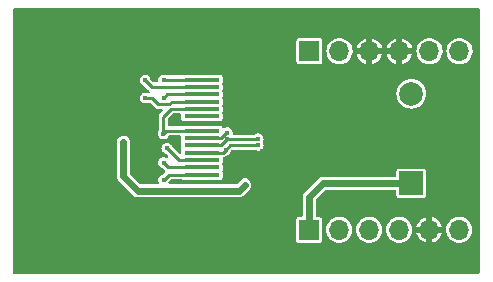
<source format=gtl>
%TF.GenerationSoftware,KiCad,Pcbnew,(6.0.7)*%
%TF.CreationDate,2022-08-25T13:01:18+08:00*%
%TF.ProjectId,T12_SolderingStationScreen,5431325f-536f-46c6-9465-72696e675374,rev?*%
%TF.SameCoordinates,Original*%
%TF.FileFunction,Copper,L1,Top*%
%TF.FilePolarity,Positive*%
%FSLAX45Y45*%
G04 Gerber Fmt 4.5, Leading zero omitted, Abs format (unit mm)*
G04 Created by KiCad (PCBNEW (6.0.7)) date 2022-08-25 13:01:18*
%MOMM*%
%LPD*%
G01*
G04 APERTURE LIST*
%TA.AperFunction,SMDPad,CuDef*%
%ADD10R,3.000000X0.350000*%
%TD*%
%TA.AperFunction,ComponentPad*%
%ADD11R,1.700000X1.700000*%
%TD*%
%TA.AperFunction,ComponentPad*%
%ADD12O,1.700000X1.700000*%
%TD*%
%TA.AperFunction,ComponentPad*%
%ADD13R,2.000000X2.000000*%
%TD*%
%TA.AperFunction,ComponentPad*%
%ADD14C,2.000000*%
%TD*%
%TA.AperFunction,ViaPad*%
%ADD15C,0.406400*%
%TD*%
%TA.AperFunction,Conductor*%
%ADD16C,0.609600*%
%TD*%
%TA.AperFunction,Conductor*%
%ADD17C,0.355600*%
%TD*%
%TA.AperFunction,Conductor*%
%ADD18C,0.254000*%
%TD*%
G04 APERTURE END LIST*
D10*
%TO.P,U3,1,C2P*%
%TO.N,Net-(C5-Pad1)*%
X10289800Y-11926310D03*
%TO.P,U3,2,C2N*%
%TO.N,Net-(C5-Pad2)*%
X10289800Y-11988310D03*
%TO.P,U3,3,C1P*%
%TO.N,Net-(C6-Pad1)*%
X10289800Y-12050310D03*
%TO.P,U3,4,C1N*%
%TO.N,Net-(C6-Pad2)*%
X10289800Y-12112310D03*
%TO.P,U3,5,VBAT*%
%TO.N,+3V3*%
X10289800Y-12174310D03*
%TO.P,U3,6,VBREF*%
%TO.N,unconnected-(U3-Pad6)*%
X10289800Y-12236310D03*
%TO.P,U3,7,VSS*%
%TO.N,GND*%
X10289800Y-12298310D03*
%TO.P,U3,8,VDD*%
%TO.N,+3V3*%
X10289800Y-12360310D03*
%TO.P,U3,9,RES#*%
%TO.N,/RST*%
X10289800Y-12422310D03*
%TO.P,U3,10,SCL*%
%TO.N,/DISP_SCL*%
X10289800Y-12484310D03*
%TO.P,U3,11,SDA*%
%TO.N,/DISP_SDA*%
X10289800Y-12546310D03*
%TO.P,U3,12,IREF*%
%TO.N,Net-(R4-Pad1)*%
X10289800Y-12608310D03*
%TO.P,U3,13,VCOMH*%
%TO.N,Net-(C11-Pad1)*%
X10289800Y-12670310D03*
%TO.P,U3,14,VCC*%
%TO.N,Net-(C12-Pad1)*%
X10289800Y-12732310D03*
%TD*%
D11*
%TO.P,J2,1,Pin_1*%
%TO.N,+24V*%
X11201360Y-11686460D03*
D12*
%TO.P,J2,2,Pin_2*%
X11455360Y-11686460D03*
%TO.P,J2,3,Pin_3*%
%TO.N,GND*%
X11709360Y-11686460D03*
%TO.P,J2,4,Pin_4*%
X11963360Y-11686460D03*
%TO.P,J2,5,Pin_5*%
%TO.N,unconnected-(J2-Pad5)*%
X12217360Y-11686460D03*
%TO.P,J2,6,Pin_6*%
%TO.N,unconnected-(J2-Pad6)*%
X12471360Y-11686460D03*
%TD*%
D13*
%TO.P,BZ1,1,-*%
%TO.N,VCC*%
X12062460Y-12805680D03*
D14*
%TO.P,BZ1,2,+*%
%TO.N,Net-(BZ1-Pad2)*%
X12062460Y-12045680D03*
%TD*%
D11*
%TO.P,J1,1,Pin_1*%
%TO.N,VCC*%
X11198820Y-13197800D03*
D12*
%TO.P,J1,2,Pin_2*%
%TO.N,/SDA*%
X11452820Y-13197800D03*
%TO.P,J1,3,Pin_3*%
%TO.N,/SCL*%
X11706820Y-13197800D03*
%TO.P,J1,4,Pin_4*%
%TO.N,/RST*%
X11960820Y-13197800D03*
%TO.P,J1,5,Pin_5*%
%TO.N,GND*%
X12214820Y-13197800D03*
%TO.P,J1,6,Pin_6*%
%TO.N,/BEEP*%
X12468820Y-13197800D03*
%TD*%
D15*
%TO.N,VCC*%
X10652610Y-12819380D03*
X11392900Y-12805680D03*
X9626600Y-12456160D03*
%TO.N,GND*%
X11760200Y-12118340D03*
X10063480Y-12232640D03*
X9695180Y-11767820D03*
X8788400Y-12229677D03*
X9023350Y-13474700D03*
X9469120Y-12011660D03*
X11376660Y-11851640D03*
X10845800Y-11887200D03*
X10896600Y-12821920D03*
X12392660Y-12131040D03*
X10393680Y-11767820D03*
X8785860Y-11430000D03*
X12415520Y-12364720D03*
X8788400Y-12020973D03*
X10800080Y-12532360D03*
X12407900Y-12580620D03*
X10642600Y-11767820D03*
X12125113Y-11430000D03*
X10838180Y-12976860D03*
X11272520Y-12146280D03*
X10551160Y-13139420D03*
X10886440Y-13375640D03*
X11945196Y-13474700D03*
X10982960Y-12887960D03*
X12578080Y-12258040D03*
X11529060Y-11856720D03*
X11916409Y-11430000D03*
X11529060Y-12451080D03*
X11968480Y-12209780D03*
X9440757Y-13474700D03*
X12571307Y-13474700D03*
X10038080Y-11430000D03*
X11813540Y-13045440D03*
X12075160Y-13042900D03*
X9410700Y-12997180D03*
X12542520Y-11430000D03*
X9620673Y-11430000D03*
X10690860Y-13378180D03*
X10952480Y-12529820D03*
X9103360Y-12250420D03*
X9359900Y-12842240D03*
X11081596Y-11430000D03*
X11000740Y-12443460D03*
X12410440Y-12781280D03*
X11678920Y-11846560D03*
X11361420Y-12908280D03*
X9956800Y-11767820D03*
X11564620Y-13045440D03*
X10551160Y-13202920D03*
X9403080Y-11925300D03*
X10177780Y-11767820D03*
X10455486Y-11430000D03*
X8788400Y-12647083D03*
X12575540Y-12684760D03*
X10066867Y-13474700D03*
X10927080Y-12009120D03*
X9128760Y-12494260D03*
X9453880Y-12598400D03*
X9829377Y-11430000D03*
X8788400Y-11812270D03*
X9203267Y-11430000D03*
X9636760Y-13002260D03*
X12333816Y-11430000D03*
X8814647Y-13474700D03*
X11046460Y-13317220D03*
X9649460Y-13474700D03*
X8788400Y-13273193D03*
X9646920Y-12296140D03*
X11635740Y-12123420D03*
X11707706Y-11430000D03*
X11892280Y-12143740D03*
X9644380Y-13187680D03*
X10975340Y-12735560D03*
X10228580Y-13375640D03*
X8788400Y-12438380D03*
X8994563Y-11430000D03*
X11110383Y-13474700D03*
X9618980Y-13279120D03*
X12354560Y-13037820D03*
X10872893Y-11430000D03*
X8788400Y-12855787D03*
X12415520Y-11841480D03*
X10664190Y-11430000D03*
X12174220Y-11935460D03*
X11389360Y-12346940D03*
X12146280Y-12192000D03*
X10692977Y-13474700D03*
X9411970Y-11430000D03*
X11783060Y-12715240D03*
X11051540Y-13197840D03*
X10246783Y-11430000D03*
X11315700Y-12240260D03*
X9951720Y-13063220D03*
X11996420Y-12961620D03*
X9380220Y-13202920D03*
X11145110Y-12819380D03*
X12583160Y-12504420D03*
X10459720Y-13182600D03*
X11678920Y-12593320D03*
X10275570Y-13474700D03*
X11736493Y-13474700D03*
X12280900Y-11932920D03*
X9392920Y-11696700D03*
X11574780Y-12948920D03*
X8788400Y-11603567D03*
X9624060Y-12016740D03*
X11770360Y-11836400D03*
X10484273Y-13474700D03*
X9232053Y-13474700D03*
X11290300Y-11430000D03*
X11000740Y-12357100D03*
X12179300Y-13027660D03*
X11087100Y-12992100D03*
X12219940Y-12082780D03*
X8788400Y-13064490D03*
X12517120Y-11938000D03*
X9098280Y-12948920D03*
X11224260Y-12026900D03*
X10901680Y-13474700D03*
X11127740Y-12189460D03*
X9441180Y-12189460D03*
X9858163Y-13474700D03*
X11319086Y-13474700D03*
X9956800Y-13251180D03*
X12153900Y-13474700D03*
X11527790Y-13474700D03*
X11465560Y-12151360D03*
X12362603Y-13474700D03*
X10325100Y-13378180D03*
X10553700Y-13357860D03*
X11499003Y-11430000D03*
%TO.N,Net-(C5-Pad1)*%
X9965720Y-11932920D03*
%TO.N,Net-(C5-Pad2)*%
X9810720Y-11932920D03*
%TO.N,Net-(C6-Pad1)*%
X9965720Y-12082780D03*
%TO.N,Net-(C6-Pad2)*%
X9810720Y-12082780D03*
%TO.N,+3V3*%
X9963220Y-12386340D03*
%TO.N,Net-(C11-Pad1)*%
X9965720Y-12628880D03*
%TO.N,Net-(C12-Pad1)*%
X9965720Y-12776200D03*
%TO.N,/DISP_SCL*%
X10505440Y-12433300D03*
X10766970Y-12426830D03*
%TO.N,/DISP_SDA*%
X10492740Y-12519660D03*
X10767062Y-12482660D03*
%TO.N,Net-(R4-Pad1)*%
X9994220Y-12506960D03*
%TO.N,/RST*%
X10505440Y-12377420D03*
%TD*%
D16*
%TO.N,VCC*%
X10604350Y-12867640D02*
X10652610Y-12819380D01*
X11392900Y-12805680D02*
X11316700Y-12805680D01*
X12062460Y-12805680D02*
X11392900Y-12805680D01*
X9626600Y-12456160D02*
X9626600Y-12745720D01*
X11316700Y-12805680D02*
X11198820Y-12923560D01*
X9626600Y-12745720D02*
X9748520Y-12867640D01*
X9748520Y-12867640D02*
X10604350Y-12867640D01*
X11198820Y-12923560D02*
X11198820Y-13197800D01*
D17*
%TO.N,GND*%
X10129150Y-12298310D02*
X10063480Y-12232640D01*
X10289800Y-12298310D02*
X10129150Y-12298310D01*
D18*
X10952480Y-12529820D02*
X11145110Y-12722450D01*
X11145110Y-12722450D02*
X11145110Y-12819380D01*
%TO.N,Net-(C5-Pad1)*%
X9972330Y-11926310D02*
X9965720Y-11932920D01*
X10289800Y-11926310D02*
X9972330Y-11926310D01*
%TO.N,Net-(C5-Pad2)*%
X9866110Y-11988310D02*
X9810720Y-11932920D01*
X10289800Y-11988310D02*
X9866110Y-11988310D01*
%TO.N,Net-(C6-Pad1)*%
X9998190Y-12050310D02*
X9965720Y-12082780D01*
X10289800Y-12050310D02*
X9998190Y-12050310D01*
%TO.N,Net-(C6-Pad2)*%
X10289800Y-12112310D02*
X10033950Y-12112310D01*
X9921240Y-12136120D02*
X9867900Y-12082780D01*
X10010140Y-12136120D02*
X9921240Y-12136120D01*
X10033950Y-12112310D02*
X10010140Y-12136120D01*
X9867900Y-12082780D02*
X9810720Y-12082780D01*
%TO.N,+3V3*%
X9961880Y-12242800D02*
X9961880Y-12385000D01*
X9961880Y-12385000D02*
X9963220Y-12386340D01*
X10289800Y-12174310D02*
X10030370Y-12174310D01*
X9989250Y-12360310D02*
X9963220Y-12386340D01*
X10289800Y-12360310D02*
X9989250Y-12360310D01*
X10030370Y-12174310D02*
X9961880Y-12242800D01*
%TO.N,Net-(C11-Pad1)*%
X10289800Y-12670310D02*
X10007150Y-12670310D01*
X10007150Y-12670310D02*
X9965720Y-12628880D01*
%TO.N,Net-(C12-Pad1)*%
X10009610Y-12732310D02*
X9965720Y-12776200D01*
X10289800Y-12732310D02*
X10009610Y-12732310D01*
%TO.N,/DISP_SCL*%
X10760500Y-12433300D02*
X10766970Y-12426830D01*
X10289800Y-12484310D02*
X10454430Y-12484310D01*
X10454430Y-12484310D02*
X10505440Y-12433300D01*
X10505440Y-12433300D02*
X10760500Y-12433300D01*
%TO.N,/DISP_SDA*%
X10492740Y-12519660D02*
X10529740Y-12482660D01*
X10466090Y-12546310D02*
X10492740Y-12519660D01*
X10289800Y-12546310D02*
X10466090Y-12546310D01*
X10529740Y-12482660D02*
X10767062Y-12482660D01*
%TO.N,Net-(R4-Pad1)*%
X10289800Y-12608310D02*
X10095570Y-12608310D01*
X10095570Y-12608310D02*
X9994220Y-12506960D01*
%TO.N,/RST*%
X10493141Y-12377420D02*
X10505440Y-12377420D01*
X10448251Y-12422310D02*
X10493141Y-12377420D01*
X10289800Y-12422310D02*
X10448251Y-12422310D01*
%TD*%
%TA.AperFunction,Conductor*%
%TO.N,GND*%
G36*
X12636762Y-11323450D02*
G01*
X12641411Y-11328816D01*
X12642550Y-11334050D01*
X12642550Y-13557950D01*
X12640550Y-13564762D01*
X12635184Y-13569411D01*
X12629950Y-13570550D01*
X8706050Y-13570550D01*
X8699238Y-13568550D01*
X8694589Y-13563184D01*
X8693450Y-13557950D01*
X8693450Y-13110293D01*
X11088370Y-13110293D01*
X11088370Y-13285307D01*
X11089847Y-13292730D01*
X11090536Y-13293762D01*
X11090536Y-13293762D01*
X11094572Y-13299801D01*
X11095472Y-13301148D01*
X11103890Y-13306773D01*
X11111313Y-13308250D01*
X11198806Y-13308250D01*
X11286327Y-13308250D01*
X11289902Y-13307539D01*
X11292533Y-13307016D01*
X11292533Y-13307015D01*
X11293750Y-13306773D01*
X11294782Y-13306084D01*
X11294782Y-13306084D01*
X11301137Y-13301838D01*
X11302168Y-13301148D01*
X11307793Y-13292730D01*
X11309270Y-13285307D01*
X11309270Y-13194896D01*
X11341935Y-13194896D01*
X11343262Y-13215152D01*
X11343404Y-13215712D01*
X11343405Y-13215712D01*
X11348113Y-13234250D01*
X11348259Y-13234827D01*
X11348501Y-13235351D01*
X11352211Y-13243399D01*
X11356758Y-13253262D01*
X11368473Y-13269839D01*
X11383014Y-13284003D01*
X11399892Y-13295281D01*
X11400422Y-13295509D01*
X11400423Y-13295509D01*
X11413548Y-13301148D01*
X11418543Y-13303294D01*
X11425034Y-13304763D01*
X11437778Y-13307647D01*
X11437778Y-13307647D01*
X11438342Y-13307774D01*
X11438919Y-13307797D01*
X11438919Y-13307797D01*
X11444896Y-13308032D01*
X11458625Y-13308571D01*
X11469355Y-13307015D01*
X11478143Y-13305741D01*
X11478144Y-13305741D01*
X11478714Y-13305658D01*
X11479261Y-13305473D01*
X11479261Y-13305473D01*
X11497389Y-13299319D01*
X11497390Y-13299319D01*
X11497936Y-13299133D01*
X11498522Y-13298806D01*
X11505467Y-13294916D01*
X11515648Y-13289215D01*
X11519617Y-13285913D01*
X11530811Y-13276603D01*
X11531254Y-13276234D01*
X11544235Y-13260628D01*
X11554153Y-13242916D01*
X11554339Y-13242370D01*
X11554339Y-13242369D01*
X11560493Y-13224241D01*
X11560493Y-13224241D01*
X11560678Y-13223694D01*
X11560761Y-13223124D01*
X11560761Y-13223123D01*
X11563538Y-13203973D01*
X11563591Y-13203605D01*
X11563743Y-13197800D01*
X11563476Y-13194896D01*
X11595935Y-13194896D01*
X11597262Y-13215152D01*
X11597404Y-13215712D01*
X11597405Y-13215712D01*
X11602113Y-13234250D01*
X11602259Y-13234827D01*
X11602501Y-13235351D01*
X11606211Y-13243399D01*
X11610758Y-13253262D01*
X11622473Y-13269839D01*
X11637014Y-13284003D01*
X11653892Y-13295281D01*
X11654422Y-13295509D01*
X11654423Y-13295509D01*
X11667548Y-13301148D01*
X11672543Y-13303294D01*
X11679034Y-13304763D01*
X11691778Y-13307647D01*
X11691778Y-13307647D01*
X11692342Y-13307774D01*
X11692919Y-13307797D01*
X11692919Y-13307797D01*
X11698896Y-13308032D01*
X11712625Y-13308571D01*
X11723355Y-13307015D01*
X11732143Y-13305741D01*
X11732144Y-13305741D01*
X11732714Y-13305658D01*
X11733261Y-13305473D01*
X11733261Y-13305473D01*
X11751389Y-13299319D01*
X11751390Y-13299319D01*
X11751936Y-13299133D01*
X11752522Y-13298806D01*
X11759467Y-13294916D01*
X11769648Y-13289215D01*
X11773617Y-13285913D01*
X11784811Y-13276603D01*
X11785254Y-13276234D01*
X11798235Y-13260628D01*
X11808153Y-13242916D01*
X11808339Y-13242370D01*
X11808339Y-13242369D01*
X11814493Y-13224241D01*
X11814493Y-13224241D01*
X11814678Y-13223694D01*
X11814761Y-13223124D01*
X11814761Y-13223123D01*
X11817538Y-13203973D01*
X11817591Y-13203605D01*
X11817743Y-13197800D01*
X11817476Y-13194896D01*
X11849935Y-13194896D01*
X11851262Y-13215152D01*
X11851404Y-13215712D01*
X11851405Y-13215712D01*
X11856113Y-13234250D01*
X11856259Y-13234827D01*
X11856501Y-13235351D01*
X11860211Y-13243399D01*
X11864758Y-13253262D01*
X11876473Y-13269839D01*
X11891014Y-13284003D01*
X11907892Y-13295281D01*
X11908422Y-13295509D01*
X11908423Y-13295509D01*
X11921548Y-13301148D01*
X11926543Y-13303294D01*
X11933034Y-13304763D01*
X11945778Y-13307647D01*
X11945778Y-13307647D01*
X11946342Y-13307774D01*
X11946919Y-13307797D01*
X11946919Y-13307797D01*
X11952896Y-13308032D01*
X11966625Y-13308571D01*
X11977355Y-13307015D01*
X11986143Y-13305741D01*
X11986144Y-13305741D01*
X11986714Y-13305658D01*
X11987261Y-13305473D01*
X11987261Y-13305473D01*
X12005389Y-13299319D01*
X12005390Y-13299319D01*
X12005936Y-13299133D01*
X12006522Y-13298806D01*
X12013467Y-13294916D01*
X12023648Y-13289215D01*
X12027617Y-13285913D01*
X12038811Y-13276603D01*
X12039254Y-13276234D01*
X12052235Y-13260628D01*
X12062153Y-13242916D01*
X12062339Y-13242370D01*
X12062339Y-13242369D01*
X12068406Y-13224496D01*
X12107687Y-13224496D01*
X12110164Y-13234250D01*
X12110548Y-13235335D01*
X12118559Y-13252712D01*
X12119134Y-13253708D01*
X12130178Y-13269334D01*
X12130926Y-13270210D01*
X12144631Y-13283561D01*
X12145526Y-13284285D01*
X12161436Y-13294916D01*
X12162447Y-13295465D01*
X12180028Y-13303018D01*
X12181122Y-13303374D01*
X12187653Y-13304852D01*
X12189060Y-13304763D01*
X12189403Y-13303868D01*
X12240220Y-13303868D01*
X12240617Y-13305219D01*
X12241487Y-13305343D01*
X12259370Y-13299273D01*
X12260419Y-13298806D01*
X12277116Y-13289455D01*
X12278063Y-13288804D01*
X12292775Y-13276568D01*
X12293588Y-13275755D01*
X12305824Y-13261043D01*
X12306475Y-13260096D01*
X12315826Y-13243399D01*
X12316293Y-13242350D01*
X12322364Y-13224464D01*
X12322241Y-13223599D01*
X12320884Y-13223200D01*
X12242031Y-13223200D01*
X12240508Y-13223647D01*
X12240387Y-13223786D01*
X12240220Y-13224555D01*
X12240220Y-13303868D01*
X12189403Y-13303868D01*
X12189420Y-13303823D01*
X12189420Y-13225011D01*
X12188972Y-13223488D01*
X12188833Y-13223367D01*
X12188065Y-13223200D01*
X12109169Y-13223200D01*
X12107816Y-13223597D01*
X12107687Y-13224496D01*
X12068406Y-13224496D01*
X12068493Y-13224241D01*
X12068493Y-13224241D01*
X12068678Y-13223694D01*
X12068761Y-13223124D01*
X12068761Y-13223123D01*
X12071538Y-13203973D01*
X12071591Y-13203605D01*
X12071743Y-13197800D01*
X12071476Y-13194896D01*
X12357935Y-13194896D01*
X12359262Y-13215152D01*
X12359404Y-13215712D01*
X12359405Y-13215712D01*
X12364113Y-13234250D01*
X12364259Y-13234827D01*
X12364501Y-13235351D01*
X12368211Y-13243399D01*
X12372758Y-13253262D01*
X12384473Y-13269839D01*
X12399014Y-13284003D01*
X12415892Y-13295281D01*
X12416422Y-13295509D01*
X12416423Y-13295509D01*
X12429548Y-13301148D01*
X12434543Y-13303294D01*
X12441034Y-13304763D01*
X12453778Y-13307647D01*
X12453778Y-13307647D01*
X12454342Y-13307774D01*
X12454919Y-13307797D01*
X12454919Y-13307797D01*
X12460896Y-13308032D01*
X12474625Y-13308571D01*
X12485355Y-13307015D01*
X12494143Y-13305741D01*
X12494144Y-13305741D01*
X12494714Y-13305658D01*
X12495261Y-13305473D01*
X12495261Y-13305473D01*
X12513389Y-13299319D01*
X12513390Y-13299319D01*
X12513936Y-13299133D01*
X12514522Y-13298806D01*
X12521467Y-13294916D01*
X12531648Y-13289215D01*
X12535617Y-13285913D01*
X12546811Y-13276603D01*
X12547254Y-13276234D01*
X12560235Y-13260628D01*
X12570153Y-13242916D01*
X12570339Y-13242370D01*
X12570339Y-13242369D01*
X12576493Y-13224241D01*
X12576493Y-13224241D01*
X12576678Y-13223694D01*
X12576761Y-13223124D01*
X12576761Y-13223123D01*
X12579538Y-13203973D01*
X12579591Y-13203605D01*
X12579743Y-13197800D01*
X12577886Y-13177586D01*
X12577729Y-13177030D01*
X12572532Y-13158605D01*
X12572532Y-13158604D01*
X12572376Y-13158049D01*
X12571318Y-13155903D01*
X12563653Y-13140361D01*
X12563398Y-13139843D01*
X12551252Y-13123578D01*
X12536346Y-13109799D01*
X12535857Y-13109491D01*
X12535857Y-13109490D01*
X12521293Y-13100301D01*
X12519178Y-13098967D01*
X12500324Y-13091445D01*
X12499758Y-13091332D01*
X12499757Y-13091332D01*
X12480981Y-13087597D01*
X12480981Y-13087597D01*
X12480415Y-13087484D01*
X12479837Y-13087477D01*
X12479837Y-13087477D01*
X12469699Y-13087344D01*
X12460117Y-13087219D01*
X12459547Y-13087317D01*
X12459547Y-13087317D01*
X12450760Y-13088827D01*
X12440111Y-13090656D01*
X12421066Y-13097682D01*
X12403621Y-13108061D01*
X12403187Y-13108442D01*
X12403187Y-13108442D01*
X12388793Y-13121065D01*
X12388359Y-13121445D01*
X12375792Y-13137387D01*
X12375523Y-13137898D01*
X12375523Y-13137898D01*
X12374227Y-13140361D01*
X12366340Y-13155351D01*
X12360321Y-13174738D01*
X12357935Y-13194896D01*
X12071476Y-13194896D01*
X12069886Y-13177586D01*
X12069729Y-13177030D01*
X12068333Y-13172080D01*
X12107614Y-13172080D01*
X12108287Y-13172400D01*
X12187608Y-13172400D01*
X12189132Y-13171952D01*
X12189253Y-13171813D01*
X12189420Y-13171045D01*
X12189420Y-13170588D01*
X12240220Y-13170588D01*
X12240667Y-13172112D01*
X12240806Y-13172233D01*
X12241575Y-13172400D01*
X12320560Y-13172400D01*
X12321913Y-13172003D01*
X12322030Y-13171189D01*
X12318486Y-13158623D01*
X12318073Y-13157548D01*
X12309610Y-13140387D01*
X12309009Y-13139406D01*
X12297560Y-13124074D01*
X12296791Y-13123220D01*
X12282739Y-13110230D01*
X12281827Y-13109530D01*
X12265644Y-13099319D01*
X12264619Y-13098797D01*
X12246846Y-13091707D01*
X12245743Y-13091380D01*
X12241997Y-13090635D01*
X12240709Y-13090750D01*
X12240220Y-13092266D01*
X12240220Y-13170588D01*
X12189420Y-13170588D01*
X12189420Y-13091950D01*
X12189039Y-13090654D01*
X12187548Y-13090460D01*
X12186693Y-13090607D01*
X12185582Y-13090905D01*
X12167629Y-13097528D01*
X12166592Y-13098023D01*
X12150147Y-13107806D01*
X12149216Y-13108483D01*
X12134830Y-13121099D01*
X12134038Y-13121934D01*
X12122192Y-13136960D01*
X12121565Y-13137926D01*
X12112656Y-13154859D01*
X12112215Y-13155923D01*
X12107636Y-13170670D01*
X12107614Y-13172080D01*
X12068333Y-13172080D01*
X12064532Y-13158605D01*
X12064532Y-13158604D01*
X12064376Y-13158049D01*
X12063318Y-13155903D01*
X12055653Y-13140361D01*
X12055398Y-13139843D01*
X12043252Y-13123578D01*
X12028346Y-13109799D01*
X12027857Y-13109491D01*
X12027857Y-13109490D01*
X12013293Y-13100301D01*
X12011178Y-13098967D01*
X11992324Y-13091445D01*
X11991758Y-13091332D01*
X11991757Y-13091332D01*
X11972981Y-13087597D01*
X11972981Y-13087597D01*
X11972415Y-13087484D01*
X11971837Y-13087477D01*
X11971837Y-13087477D01*
X11961699Y-13087344D01*
X11952117Y-13087219D01*
X11951547Y-13087317D01*
X11951547Y-13087317D01*
X11942760Y-13088827D01*
X11932111Y-13090656D01*
X11913066Y-13097682D01*
X11895621Y-13108061D01*
X11895187Y-13108442D01*
X11895187Y-13108442D01*
X11880793Y-13121065D01*
X11880359Y-13121445D01*
X11867792Y-13137387D01*
X11867523Y-13137898D01*
X11867523Y-13137898D01*
X11866227Y-13140361D01*
X11858340Y-13155351D01*
X11852321Y-13174738D01*
X11849935Y-13194896D01*
X11817476Y-13194896D01*
X11815886Y-13177586D01*
X11815729Y-13177030D01*
X11810532Y-13158605D01*
X11810532Y-13158604D01*
X11810376Y-13158049D01*
X11809318Y-13155903D01*
X11801653Y-13140361D01*
X11801398Y-13139843D01*
X11789252Y-13123578D01*
X11774346Y-13109799D01*
X11773857Y-13109491D01*
X11773857Y-13109490D01*
X11759293Y-13100301D01*
X11757178Y-13098967D01*
X11738324Y-13091445D01*
X11737758Y-13091332D01*
X11737757Y-13091332D01*
X11718981Y-13087597D01*
X11718981Y-13087597D01*
X11718415Y-13087484D01*
X11717837Y-13087477D01*
X11717837Y-13087477D01*
X11707699Y-13087344D01*
X11698117Y-13087219D01*
X11697547Y-13087317D01*
X11697547Y-13087317D01*
X11688760Y-13088827D01*
X11678111Y-13090656D01*
X11659066Y-13097682D01*
X11641621Y-13108061D01*
X11641187Y-13108442D01*
X11641187Y-13108442D01*
X11626793Y-13121065D01*
X11626359Y-13121445D01*
X11613792Y-13137387D01*
X11613523Y-13137898D01*
X11613523Y-13137898D01*
X11612227Y-13140361D01*
X11604340Y-13155351D01*
X11598321Y-13174738D01*
X11595935Y-13194896D01*
X11563476Y-13194896D01*
X11561886Y-13177586D01*
X11561729Y-13177030D01*
X11556532Y-13158605D01*
X11556532Y-13158604D01*
X11556376Y-13158049D01*
X11555318Y-13155903D01*
X11547653Y-13140361D01*
X11547398Y-13139843D01*
X11535252Y-13123578D01*
X11520346Y-13109799D01*
X11519857Y-13109491D01*
X11519857Y-13109490D01*
X11505293Y-13100301D01*
X11503178Y-13098967D01*
X11484324Y-13091445D01*
X11483758Y-13091332D01*
X11483757Y-13091332D01*
X11464981Y-13087597D01*
X11464981Y-13087597D01*
X11464415Y-13087484D01*
X11463837Y-13087477D01*
X11463837Y-13087477D01*
X11453699Y-13087344D01*
X11444117Y-13087219D01*
X11443547Y-13087317D01*
X11443547Y-13087317D01*
X11434760Y-13088827D01*
X11424111Y-13090656D01*
X11405066Y-13097682D01*
X11387621Y-13108061D01*
X11387187Y-13108442D01*
X11387187Y-13108442D01*
X11372793Y-13121065D01*
X11372359Y-13121445D01*
X11359792Y-13137387D01*
X11359523Y-13137898D01*
X11359523Y-13137898D01*
X11358227Y-13140361D01*
X11350340Y-13155351D01*
X11344321Y-13174738D01*
X11341935Y-13194896D01*
X11309270Y-13194896D01*
X11309270Y-13110293D01*
X11307793Y-13102870D01*
X11305185Y-13098967D01*
X11302858Y-13095483D01*
X11302168Y-13094452D01*
X11293750Y-13088827D01*
X11286327Y-13087350D01*
X11267350Y-13087350D01*
X11260538Y-13085350D01*
X11255889Y-13079984D01*
X11254750Y-13074750D01*
X11254750Y-12951946D01*
X11256750Y-12945134D01*
X11258440Y-12943036D01*
X11336176Y-12865300D01*
X11342408Y-12861898D01*
X11345086Y-12861610D01*
X11924410Y-12861610D01*
X11931222Y-12863610D01*
X11935871Y-12868976D01*
X11937010Y-12874210D01*
X11937010Y-12908187D01*
X11937559Y-12910948D01*
X11938216Y-12914250D01*
X11938487Y-12915610D01*
X11939176Y-12916642D01*
X11939176Y-12916642D01*
X11942856Y-12922150D01*
X11944112Y-12924028D01*
X11952530Y-12929653D01*
X11959953Y-12931130D01*
X12062443Y-12931130D01*
X12164967Y-12931130D01*
X12168542Y-12930419D01*
X12171173Y-12929896D01*
X12171173Y-12929895D01*
X12172390Y-12929653D01*
X12173422Y-12928964D01*
X12173422Y-12928964D01*
X12179777Y-12924718D01*
X12180808Y-12924028D01*
X12186433Y-12915610D01*
X12187910Y-12908187D01*
X12187910Y-12703173D01*
X12187058Y-12698893D01*
X12186676Y-12696967D01*
X12186675Y-12696967D01*
X12186433Y-12695750D01*
X12180808Y-12687332D01*
X12172390Y-12681707D01*
X12164967Y-12680230D01*
X12062477Y-12680230D01*
X11959953Y-12680230D01*
X11956378Y-12680941D01*
X11953747Y-12681464D01*
X11953747Y-12681464D01*
X11952530Y-12681707D01*
X11951498Y-12682396D01*
X11951498Y-12682396D01*
X11945458Y-12686432D01*
X11944112Y-12687332D01*
X11938487Y-12695750D01*
X11937010Y-12703173D01*
X11937010Y-12737150D01*
X11935010Y-12743962D01*
X11929644Y-12748611D01*
X11924410Y-12749750D01*
X11318216Y-12749750D01*
X11317688Y-12749739D01*
X11317273Y-12749721D01*
X11311387Y-12749475D01*
X11310551Y-12749671D01*
X11310550Y-12749671D01*
X11307074Y-12750486D01*
X11305907Y-12750703D01*
X11304926Y-12750837D01*
X11301518Y-12751304D01*
X11300730Y-12751645D01*
X11300730Y-12751645D01*
X11300099Y-12751918D01*
X11297972Y-12752621D01*
X11296468Y-12752974D01*
X11292586Y-12755108D01*
X11291521Y-12755630D01*
X11288243Y-12757048D01*
X11288243Y-12757049D01*
X11287454Y-12757390D01*
X11286253Y-12758363D01*
X11284394Y-12759612D01*
X11283040Y-12760356D01*
X11282215Y-12761068D01*
X11279715Y-12763568D01*
X11278735Y-12764450D01*
X11275545Y-12767033D01*
X11275048Y-12767733D01*
X11275048Y-12767734D01*
X11274428Y-12768605D01*
X11273067Y-12770216D01*
X11160346Y-12882937D01*
X11159965Y-12883302D01*
X11155320Y-12887574D01*
X11152986Y-12891338D01*
X11152314Y-12892317D01*
X11149635Y-12895846D01*
X11149066Y-12897283D01*
X11148060Y-12899284D01*
X11147245Y-12900597D01*
X11147006Y-12901422D01*
X11147005Y-12901423D01*
X11146009Y-12904851D01*
X11145625Y-12905974D01*
X11144310Y-12909294D01*
X11143994Y-12910093D01*
X11143904Y-12910948D01*
X11143832Y-12911630D01*
X11143401Y-12913829D01*
X11142970Y-12915313D01*
X11142890Y-12916399D01*
X11142890Y-12919935D01*
X11142821Y-12921252D01*
X11142392Y-12925333D01*
X11142535Y-12926180D01*
X11142535Y-12926181D01*
X11142714Y-12927234D01*
X11142890Y-12929335D01*
X11142890Y-13074750D01*
X11140890Y-13081562D01*
X11135524Y-13086211D01*
X11130290Y-13087350D01*
X11111313Y-13087350D01*
X11107738Y-13088061D01*
X11105107Y-13088584D01*
X11105107Y-13088584D01*
X11103890Y-13088827D01*
X11102858Y-13089516D01*
X11102858Y-13089516D01*
X11098743Y-13092266D01*
X11095472Y-13094452D01*
X11089847Y-13102870D01*
X11088370Y-13110293D01*
X8693450Y-13110293D01*
X8693450Y-12751033D01*
X9570395Y-12751033D01*
X9570850Y-12752974D01*
X9571406Y-12755346D01*
X9571623Y-12756513D01*
X9572224Y-12760902D01*
X9572565Y-12761690D01*
X9572838Y-12762321D01*
X9573541Y-12764447D01*
X9573894Y-12765952D01*
X9574308Y-12766704D01*
X9574308Y-12766705D01*
X9576028Y-12769835D01*
X9576551Y-12770900D01*
X9578310Y-12774966D01*
X9579283Y-12776167D01*
X9580532Y-12778026D01*
X9581276Y-12779380D01*
X9581988Y-12780205D01*
X9584488Y-12782705D01*
X9585371Y-12783685D01*
X9587953Y-12786874D01*
X9588653Y-12787372D01*
X9588654Y-12787372D01*
X9589526Y-12787992D01*
X9591136Y-12789353D01*
X9707897Y-12906114D01*
X9708263Y-12906495D01*
X9712534Y-12911140D01*
X9713264Y-12911592D01*
X9713264Y-12911593D01*
X9716298Y-12913474D01*
X9717277Y-12914146D01*
X9720806Y-12916825D01*
X9721604Y-12917141D01*
X9721605Y-12917141D01*
X9722243Y-12917394D01*
X9724245Y-12918401D01*
X9725557Y-12919215D01*
X9729451Y-12920346D01*
X9729811Y-12920451D01*
X9730934Y-12920835D01*
X9733917Y-12922016D01*
X9735053Y-12922466D01*
X9735908Y-12922556D01*
X9735908Y-12922556D01*
X9736591Y-12922628D01*
X9738788Y-12923059D01*
X9739639Y-12923306D01*
X9739640Y-12923306D01*
X9740273Y-12923490D01*
X9740975Y-12923542D01*
X9741129Y-12923553D01*
X9741130Y-12923553D01*
X9741360Y-12923570D01*
X9744895Y-12923570D01*
X9746212Y-12923639D01*
X9749439Y-12923978D01*
X9749439Y-12923978D01*
X9750293Y-12924068D01*
X9751141Y-12923925D01*
X9751141Y-12923925D01*
X9752194Y-12923746D01*
X9754295Y-12923570D01*
X10602834Y-12923570D01*
X10603362Y-12923581D01*
X10609663Y-12923845D01*
X10613977Y-12922833D01*
X10615143Y-12922617D01*
X10616247Y-12922466D01*
X10619532Y-12922016D01*
X10620421Y-12921632D01*
X10620951Y-12921402D01*
X10623077Y-12920699D01*
X10624582Y-12920346D01*
X10625334Y-12919932D01*
X10625335Y-12919932D01*
X10628465Y-12918212D01*
X10629530Y-12917689D01*
X10631951Y-12916642D01*
X10632807Y-12916272D01*
X10632807Y-12916272D01*
X10633596Y-12915930D01*
X10634797Y-12914957D01*
X10636656Y-12913708D01*
X10637082Y-12913474D01*
X10638010Y-12912964D01*
X10638835Y-12912252D01*
X10641335Y-12909752D01*
X10642315Y-12908869D01*
X10642799Y-12908477D01*
X10645505Y-12906287D01*
X10646622Y-12904715D01*
X10647983Y-12903104D01*
X10694569Y-12856518D01*
X10694873Y-12856214D01*
X10701795Y-12847094D01*
X10707436Y-12832847D01*
X10709038Y-12817607D01*
X10707962Y-12811248D01*
X10706626Y-12803344D01*
X10706626Y-12803344D01*
X10706482Y-12802497D01*
X10705814Y-12801076D01*
X10701104Y-12791067D01*
X10699958Y-12788632D01*
X10689945Y-12777032D01*
X10689230Y-12776557D01*
X10689230Y-12776557D01*
X10677897Y-12769027D01*
X10677896Y-12769027D01*
X10677181Y-12768552D01*
X10662607Y-12763816D01*
X10661749Y-12763780D01*
X10661749Y-12763780D01*
X10655850Y-12763533D01*
X10647297Y-12763175D01*
X10632378Y-12766674D01*
X10618950Y-12774056D01*
X10618450Y-12774487D01*
X10618450Y-12774488D01*
X10618300Y-12774617D01*
X10618125Y-12774768D01*
X10617962Y-12774931D01*
X10584874Y-12808019D01*
X10578642Y-12811422D01*
X10575964Y-12811710D01*
X10019484Y-12811710D01*
X10012672Y-12809710D01*
X10008023Y-12804344D01*
X10007013Y-12797317D01*
X10008145Y-12793616D01*
X10009380Y-12791067D01*
X10009380Y-12791066D01*
X10009772Y-12790259D01*
X10009945Y-12789231D01*
X10010001Y-12789122D01*
X10010194Y-12788518D01*
X10010295Y-12788551D01*
X10013461Y-12782412D01*
X10021722Y-12774150D01*
X10027953Y-12770748D01*
X10030631Y-12770460D01*
X10121074Y-12770460D01*
X10128074Y-12772583D01*
X10129870Y-12773783D01*
X10137293Y-12775260D01*
X10289775Y-12775260D01*
X10442307Y-12775260D01*
X10445882Y-12774549D01*
X10448513Y-12774026D01*
X10448513Y-12774025D01*
X10449730Y-12773783D01*
X10450762Y-12773094D01*
X10450762Y-12773094D01*
X10457117Y-12768848D01*
X10458149Y-12768158D01*
X10463774Y-12759740D01*
X10465250Y-12752317D01*
X10465250Y-12712303D01*
X10463774Y-12704880D01*
X10463893Y-12704856D01*
X10463271Y-12699073D01*
X10463575Y-12698037D01*
X10463774Y-12697740D01*
X10465250Y-12690317D01*
X10465250Y-12650303D01*
X10463774Y-12642880D01*
X10463893Y-12642856D01*
X10463271Y-12637073D01*
X10463575Y-12636037D01*
X10463774Y-12635740D01*
X10465250Y-12628317D01*
X10465250Y-12596025D01*
X10467250Y-12589213D01*
X10472616Y-12584564D01*
X10474866Y-12583933D01*
X10474846Y-12583865D01*
X10475847Y-12583574D01*
X10476881Y-12583452D01*
X10477711Y-12583053D01*
X10478618Y-12582902D01*
X10483155Y-12580454D01*
X10483681Y-12580186D01*
X10487615Y-12578297D01*
X10487615Y-12578297D01*
X10488330Y-12577954D01*
X10488759Y-12577593D01*
X10488952Y-12577400D01*
X10489147Y-12577221D01*
X10489153Y-12577218D01*
X10489165Y-12577231D01*
X10489221Y-12577181D01*
X10489796Y-12576871D01*
X10493477Y-12572889D01*
X10493820Y-12572533D01*
X10499321Y-12567031D01*
X10504916Y-12563785D01*
X10510238Y-12562334D01*
X10511104Y-12562098D01*
X10511870Y-12561628D01*
X10521512Y-12555707D01*
X10521512Y-12555707D01*
X10522277Y-12555238D01*
X10523234Y-12554180D01*
X10530473Y-12546183D01*
X10531075Y-12545517D01*
X10532814Y-12541929D01*
X10536400Y-12534526D01*
X10536400Y-12534526D01*
X10536792Y-12533719D01*
X10536965Y-12532691D01*
X10537021Y-12532582D01*
X10537214Y-12531978D01*
X10537315Y-12532011D01*
X10540481Y-12525872D01*
X10541852Y-12524501D01*
X10548083Y-12521098D01*
X10550761Y-12520810D01*
X10737957Y-12520810D01*
X10744939Y-12522921D01*
X10747155Y-12524396D01*
X10753258Y-12526303D01*
X10758812Y-12528038D01*
X10758812Y-12528038D01*
X10759669Y-12528306D01*
X10766112Y-12528424D01*
X10771880Y-12528530D01*
X10771880Y-12528530D01*
X10772777Y-12528546D01*
X10778735Y-12526922D01*
X10784560Y-12525334D01*
X10784560Y-12525334D01*
X10785426Y-12525098D01*
X10786569Y-12524396D01*
X10795834Y-12518708D01*
X10795834Y-12518707D01*
X10796599Y-12518238D01*
X10805397Y-12508518D01*
X10805994Y-12507286D01*
X10810722Y-12497527D01*
X10810722Y-12497526D01*
X10811114Y-12496719D01*
X10813289Y-12483790D01*
X10813303Y-12482660D01*
X10811890Y-12472795D01*
X10811571Y-12470571D01*
X10811571Y-12470570D01*
X10811444Y-12469682D01*
X10811073Y-12468865D01*
X10806934Y-12459764D01*
X10805936Y-12452734D01*
X10807065Y-12449055D01*
X10810630Y-12441697D01*
X10810630Y-12441696D01*
X10811021Y-12440889D01*
X10813197Y-12427960D01*
X10813210Y-12426830D01*
X10812174Y-12419592D01*
X10811479Y-12414740D01*
X10811479Y-12414740D01*
X10811352Y-12413852D01*
X10810902Y-12412863D01*
X10806297Y-12402734D01*
X10806297Y-12402734D01*
X10805925Y-12401917D01*
X10797367Y-12391985D01*
X10789161Y-12386666D01*
X10787119Y-12385342D01*
X10787118Y-12385342D01*
X10786366Y-12384854D01*
X10773805Y-12381097D01*
X10772907Y-12381092D01*
X10772907Y-12381092D01*
X10767466Y-12381058D01*
X10760694Y-12381017D01*
X10748088Y-12384620D01*
X10747330Y-12385099D01*
X10747329Y-12385099D01*
X10743073Y-12387784D01*
X10737000Y-12391616D01*
X10736505Y-12392176D01*
X10730090Y-12395037D01*
X10728408Y-12395150D01*
X10563771Y-12395150D01*
X10556959Y-12393150D01*
X10552310Y-12387784D01*
X10551346Y-12380459D01*
X10551586Y-12379029D01*
X10551667Y-12378550D01*
X10551681Y-12377420D01*
X10549822Y-12364442D01*
X10549051Y-12362746D01*
X10544767Y-12353324D01*
X10544767Y-12353324D01*
X10544396Y-12352507D01*
X10535838Y-12342575D01*
X10535084Y-12342086D01*
X10525589Y-12335932D01*
X10525589Y-12335932D01*
X10524836Y-12335444D01*
X10512275Y-12331687D01*
X10511377Y-12331682D01*
X10511377Y-12331682D01*
X10505936Y-12331648D01*
X10499164Y-12331607D01*
X10486559Y-12335210D01*
X10485800Y-12335689D01*
X10483094Y-12337396D01*
X10476265Y-12339339D01*
X10469470Y-12337282D01*
X10464866Y-12331878D01*
X10464013Y-12324281D01*
X10465079Y-12318918D01*
X10465200Y-12317693D01*
X10465200Y-12317621D01*
X10464753Y-12316098D01*
X10464614Y-12315977D01*
X10463845Y-12315810D01*
X10116212Y-12315810D01*
X10114688Y-12316257D01*
X10113342Y-12317811D01*
X10107369Y-12321650D01*
X10103819Y-12322160D01*
X10012630Y-12322160D01*
X10005818Y-12320160D01*
X10001169Y-12314794D01*
X10000030Y-12309560D01*
X10000030Y-12263821D01*
X10002030Y-12257009D01*
X10003721Y-12254912D01*
X10042482Y-12216150D01*
X10048713Y-12212748D01*
X10051391Y-12212460D01*
X10101750Y-12212460D01*
X10108562Y-12214460D01*
X10113212Y-12219826D01*
X10114350Y-12225060D01*
X10114350Y-12243368D01*
X10114350Y-12256317D01*
X10115606Y-12262631D01*
X10115606Y-12262632D01*
X10115827Y-12263740D01*
X10115728Y-12263760D01*
X10116357Y-12269614D01*
X10115652Y-12272013D01*
X10114521Y-12277701D01*
X10114400Y-12278927D01*
X10114400Y-12278998D01*
X10114848Y-12280522D01*
X10114987Y-12280643D01*
X10115755Y-12280810D01*
X10463389Y-12280810D01*
X10464912Y-12280362D01*
X10465033Y-12280223D01*
X10465200Y-12279455D01*
X10465200Y-12278927D01*
X10465079Y-12277701D01*
X10463726Y-12270899D01*
X10463860Y-12270873D01*
X10463244Y-12265139D01*
X10463561Y-12264058D01*
X10463774Y-12263740D01*
X10465250Y-12256317D01*
X10465250Y-12216303D01*
X10463774Y-12208880D01*
X10463893Y-12208856D01*
X10463271Y-12203073D01*
X10463575Y-12202037D01*
X10463774Y-12201740D01*
X10465250Y-12194317D01*
X10465250Y-12154303D01*
X10463774Y-12146880D01*
X10463893Y-12146856D01*
X10463271Y-12141073D01*
X10463575Y-12140037D01*
X10463774Y-12139740D01*
X10465250Y-12132317D01*
X10465250Y-12092303D01*
X10463774Y-12084880D01*
X10463893Y-12084856D01*
X10463271Y-12079073D01*
X10463575Y-12078037D01*
X10463774Y-12077740D01*
X10465250Y-12070317D01*
X10465250Y-12045680D01*
X11936531Y-12045680D01*
X11938444Y-12067547D01*
X11944125Y-12088750D01*
X11946071Y-12092922D01*
X11953169Y-12108146D01*
X11953170Y-12108146D01*
X11953402Y-12108645D01*
X11953718Y-12109095D01*
X11953718Y-12109095D01*
X11964703Y-12124784D01*
X11965993Y-12126626D01*
X11981514Y-12142147D01*
X11981965Y-12142463D01*
X11981965Y-12142463D01*
X11999044Y-12154422D01*
X11999495Y-12154738D01*
X11999994Y-12154970D01*
X11999994Y-12154970D01*
X12009209Y-12159268D01*
X12019390Y-12164015D01*
X12040593Y-12169696D01*
X12062460Y-12171609D01*
X12084327Y-12169696D01*
X12105530Y-12164015D01*
X12115711Y-12159268D01*
X12124926Y-12154970D01*
X12124926Y-12154970D01*
X12125425Y-12154738D01*
X12125875Y-12154422D01*
X12142955Y-12142463D01*
X12142955Y-12142463D01*
X12143406Y-12142147D01*
X12158927Y-12126626D01*
X12160217Y-12124784D01*
X12171202Y-12109095D01*
X12171202Y-12109095D01*
X12171518Y-12108645D01*
X12171750Y-12108146D01*
X12171750Y-12108146D01*
X12178849Y-12092922D01*
X12180795Y-12088750D01*
X12186476Y-12067547D01*
X12188389Y-12045680D01*
X12186476Y-12023813D01*
X12180795Y-12002610D01*
X12176450Y-11993292D01*
X12171750Y-11983214D01*
X12171750Y-11983214D01*
X12171518Y-11982715D01*
X12167674Y-11977226D01*
X12159243Y-11965185D01*
X12159243Y-11965185D01*
X12158927Y-11964734D01*
X12143406Y-11949213D01*
X12142955Y-11948897D01*
X12142955Y-11948897D01*
X12125875Y-11936938D01*
X12125875Y-11936938D01*
X12125425Y-11936622D01*
X12124926Y-11936390D01*
X12124926Y-11936389D01*
X12114371Y-11931468D01*
X12105530Y-11927345D01*
X12084327Y-11921664D01*
X12062460Y-11919751D01*
X12040593Y-11921664D01*
X12019390Y-11927345D01*
X12010549Y-11931468D01*
X11999994Y-11936389D01*
X11999994Y-11936390D01*
X11999495Y-11936622D01*
X11999045Y-11936938D01*
X11999044Y-11936938D01*
X11981965Y-11948897D01*
X11981965Y-11948897D01*
X11981514Y-11949213D01*
X11965993Y-11964734D01*
X11965677Y-11965185D01*
X11965677Y-11965185D01*
X11957246Y-11977226D01*
X11953402Y-11982715D01*
X11953170Y-11983214D01*
X11953169Y-11983214D01*
X11948470Y-11993292D01*
X11944125Y-12002610D01*
X11938444Y-12023813D01*
X11936531Y-12045680D01*
X10465250Y-12045680D01*
X10465250Y-12030303D01*
X10463774Y-12022880D01*
X10463893Y-12022856D01*
X10463271Y-12017073D01*
X10463575Y-12016037D01*
X10463774Y-12015740D01*
X10465250Y-12008317D01*
X10465250Y-11968303D01*
X10463774Y-11960880D01*
X10463893Y-11960856D01*
X10463271Y-11955073D01*
X10463575Y-11954037D01*
X10463774Y-11953740D01*
X10465250Y-11946317D01*
X10465250Y-11906303D01*
X10463774Y-11898880D01*
X10462989Y-11897706D01*
X10458838Y-11891493D01*
X10458149Y-11890462D01*
X10449730Y-11884837D01*
X10442307Y-11883360D01*
X10289825Y-11883360D01*
X10137294Y-11883360D01*
X10133718Y-11884071D01*
X10131088Y-11884594D01*
X10131087Y-11884594D01*
X10129870Y-11884837D01*
X10128074Y-11886037D01*
X10121074Y-11888160D01*
X9977744Y-11888160D01*
X9975092Y-11887878D01*
X9974761Y-11887807D01*
X9973804Y-11887561D01*
X9973415Y-11887444D01*
X9973415Y-11887444D01*
X9972555Y-11887187D01*
X9971657Y-11887182D01*
X9971657Y-11887182D01*
X9966216Y-11887148D01*
X9959444Y-11887107D01*
X9946839Y-11890710D01*
X9946080Y-11891189D01*
X9946080Y-11891189D01*
X9945597Y-11891493D01*
X9935751Y-11897706D01*
X9927072Y-11907533D01*
X9921500Y-11919400D01*
X9920796Y-11923919D01*
X9919621Y-11931468D01*
X9919621Y-11931468D01*
X9919483Y-11932355D01*
X9919599Y-11933245D01*
X9919599Y-11933245D01*
X9919950Y-11935926D01*
X9918850Y-11942940D01*
X9914132Y-11948246D01*
X9907456Y-11950160D01*
X9887131Y-11950160D01*
X9880319Y-11948160D01*
X9878222Y-11946469D01*
X9858603Y-11926850D01*
X9855419Y-11921477D01*
X9855229Y-11920830D01*
X9855102Y-11919942D01*
X9849676Y-11908007D01*
X9841118Y-11898075D01*
X9830964Y-11891493D01*
X9830869Y-11891432D01*
X9830869Y-11891432D01*
X9830116Y-11890944D01*
X9817555Y-11887187D01*
X9816657Y-11887182D01*
X9816657Y-11887182D01*
X9811216Y-11887148D01*
X9804444Y-11887107D01*
X9791839Y-11890710D01*
X9791080Y-11891189D01*
X9791080Y-11891189D01*
X9790597Y-11891493D01*
X9780751Y-11897706D01*
X9772072Y-11907533D01*
X9766500Y-11919400D01*
X9765796Y-11923919D01*
X9764621Y-11931468D01*
X9764621Y-11931468D01*
X9764483Y-11932355D01*
X9764599Y-11933245D01*
X9764599Y-11933246D01*
X9765082Y-11936938D01*
X9766183Y-11945355D01*
X9771463Y-11957355D01*
X9779899Y-11967391D01*
X9790813Y-11974656D01*
X9799039Y-11977226D01*
X9804191Y-11980343D01*
X9835306Y-12011458D01*
X9836841Y-12013359D01*
X9836938Y-12013466D01*
X9837503Y-12014340D01*
X9838320Y-12014985D01*
X9838321Y-12014985D01*
X9840157Y-12016433D01*
X9840605Y-12016831D01*
X9840611Y-12016823D01*
X9841007Y-12017159D01*
X9841375Y-12017527D01*
X9841798Y-12017830D01*
X9841799Y-12017830D01*
X9842954Y-12018655D01*
X9843429Y-12019012D01*
X9846670Y-12021567D01*
X9850781Y-12027355D01*
X9851111Y-12034447D01*
X9847554Y-12040592D01*
X9841239Y-12043837D01*
X9834173Y-12043154D01*
X9832016Y-12042035D01*
X9830869Y-12041292D01*
X9830116Y-12040804D01*
X9817555Y-12037047D01*
X9816657Y-12037042D01*
X9816657Y-12037042D01*
X9811216Y-12037008D01*
X9804444Y-12036967D01*
X9791839Y-12040570D01*
X9791080Y-12041049D01*
X9791080Y-12041049D01*
X9786660Y-12043837D01*
X9780751Y-12047566D01*
X9772072Y-12057393D01*
X9766500Y-12069260D01*
X9766362Y-12070148D01*
X9764621Y-12081328D01*
X9764621Y-12081328D01*
X9764483Y-12082215D01*
X9764599Y-12083105D01*
X9764599Y-12083106D01*
X9765268Y-12088219D01*
X9766183Y-12095215D01*
X9771463Y-12107215D01*
X9779899Y-12117251D01*
X9790813Y-12124516D01*
X9796121Y-12126175D01*
X9802470Y-12128158D01*
X9802470Y-12128158D01*
X9803327Y-12128426D01*
X9809771Y-12128544D01*
X9815538Y-12128650D01*
X9815538Y-12128650D01*
X9816435Y-12128666D01*
X9820575Y-12127538D01*
X9828218Y-12125454D01*
X9828219Y-12125454D01*
X9829084Y-12125218D01*
X9833034Y-12122792D01*
X9839627Y-12120930D01*
X9846879Y-12120930D01*
X9853691Y-12122930D01*
X9855788Y-12124620D01*
X9890435Y-12159268D01*
X9891972Y-12161170D01*
X9892068Y-12161276D01*
X9892633Y-12162150D01*
X9893451Y-12162795D01*
X9893451Y-12162795D01*
X9895288Y-12164243D01*
X9895735Y-12164641D01*
X9895741Y-12164634D01*
X9896137Y-12164969D01*
X9896505Y-12165337D01*
X9896928Y-12165639D01*
X9898084Y-12166465D01*
X9898559Y-12166822D01*
X9902607Y-12170013D01*
X9903476Y-12170318D01*
X9904224Y-12170853D01*
X9909165Y-12172331D01*
X9909724Y-12172513D01*
X9914590Y-12174222D01*
X9915149Y-12174270D01*
X9915420Y-12174270D01*
X9915687Y-12174281D01*
X9915693Y-12174283D01*
X9915693Y-12174301D01*
X9915767Y-12174305D01*
X9916393Y-12174492D01*
X9921809Y-12174280D01*
X9922304Y-12174270D01*
X9946039Y-12174270D01*
X9952851Y-12176270D01*
X9957500Y-12181636D01*
X9958510Y-12188663D01*
X9955561Y-12195121D01*
X9954948Y-12195779D01*
X9938732Y-12211996D01*
X9936831Y-12213531D01*
X9936724Y-12213628D01*
X9935850Y-12214193D01*
X9935205Y-12215010D01*
X9935205Y-12215011D01*
X9933757Y-12216847D01*
X9933359Y-12217295D01*
X9933367Y-12217301D01*
X9933031Y-12217696D01*
X9932663Y-12218065D01*
X9932360Y-12218488D01*
X9932360Y-12218488D01*
X9931535Y-12219644D01*
X9931178Y-12220118D01*
X9927987Y-12224167D01*
X9927682Y-12225036D01*
X9927147Y-12225784D01*
X9926848Y-12226782D01*
X9926848Y-12226782D01*
X9925670Y-12230721D01*
X9925487Y-12231284D01*
X9923778Y-12236150D01*
X9923730Y-12236709D01*
X9923730Y-12236980D01*
X9923719Y-12237247D01*
X9923717Y-12237253D01*
X9923699Y-12237252D01*
X9923695Y-12237327D01*
X9923508Y-12237952D01*
X9923548Y-12238993D01*
X9923720Y-12243368D01*
X9923730Y-12243862D01*
X9923730Y-12359935D01*
X9922536Y-12365290D01*
X9919000Y-12372820D01*
X9918862Y-12373708D01*
X9917121Y-12384888D01*
X9917121Y-12384888D01*
X9916983Y-12385775D01*
X9918683Y-12398775D01*
X9923963Y-12410775D01*
X9932399Y-12420811D01*
X9933146Y-12421309D01*
X9933146Y-12421309D01*
X9934767Y-12422387D01*
X9943313Y-12428076D01*
X9952257Y-12430871D01*
X9954970Y-12431718D01*
X9954970Y-12431718D01*
X9955827Y-12431986D01*
X9962271Y-12432104D01*
X9968038Y-12432210D01*
X9968038Y-12432210D01*
X9968935Y-12432226D01*
X9973075Y-12431098D01*
X9980718Y-12429014D01*
X9980719Y-12429014D01*
X9981584Y-12428778D01*
X9982727Y-12428076D01*
X9991992Y-12422387D01*
X9991992Y-12422387D01*
X9992757Y-12421918D01*
X9993675Y-12420904D01*
X10000953Y-12412863D01*
X10001555Y-12412197D01*
X10002643Y-12409954D01*
X10004768Y-12405566D01*
X10009538Y-12400308D01*
X10016107Y-12398460D01*
X10101750Y-12398460D01*
X10108562Y-12400460D01*
X10113212Y-12405826D01*
X10114350Y-12411060D01*
X10114350Y-12426830D01*
X10114350Y-12442317D01*
X10115463Y-12447913D01*
X10115827Y-12449740D01*
X10115707Y-12449764D01*
X10116329Y-12455547D01*
X10116025Y-12456583D01*
X10115827Y-12456880D01*
X10114350Y-12464303D01*
X10114350Y-12504317D01*
X10115025Y-12507710D01*
X10115827Y-12511740D01*
X10115707Y-12511764D01*
X10116329Y-12517547D01*
X10116025Y-12518583D01*
X10115827Y-12518880D01*
X10114350Y-12526303D01*
X10114350Y-12542719D01*
X10112350Y-12549531D01*
X10106984Y-12554180D01*
X10099957Y-12555191D01*
X10093499Y-12552241D01*
X10092841Y-12551628D01*
X10042103Y-12500890D01*
X10038919Y-12495517D01*
X10038729Y-12494870D01*
X10038602Y-12493982D01*
X10037987Y-12492628D01*
X10033547Y-12482864D01*
X10033547Y-12482864D01*
X10033176Y-12482047D01*
X10024618Y-12472115D01*
X10022235Y-12470571D01*
X10014369Y-12465472D01*
X10014369Y-12465472D01*
X10013616Y-12464984D01*
X10001055Y-12461227D01*
X10000157Y-12461222D01*
X10000157Y-12461222D01*
X9994716Y-12461188D01*
X9987944Y-12461147D01*
X9975339Y-12464750D01*
X9974580Y-12465229D01*
X9974580Y-12465229D01*
X9968816Y-12468865D01*
X9964251Y-12471746D01*
X9955572Y-12481573D01*
X9955190Y-12482385D01*
X9955190Y-12482385D01*
X9954965Y-12482864D01*
X9950000Y-12493440D01*
X9949627Y-12495834D01*
X9948121Y-12505508D01*
X9948121Y-12505508D01*
X9947983Y-12506395D01*
X9948099Y-12507285D01*
X9948099Y-12507286D01*
X9948347Y-12509183D01*
X9949683Y-12519395D01*
X9954963Y-12531395D01*
X9963399Y-12541431D01*
X9974313Y-12548696D01*
X9982539Y-12551266D01*
X9987691Y-12554383D01*
X10000600Y-12567292D01*
X10004003Y-12573523D01*
X10003496Y-12580605D01*
X9999241Y-12586288D01*
X9992589Y-12588770D01*
X9986405Y-12587640D01*
X9985869Y-12587392D01*
X9985116Y-12586904D01*
X9972555Y-12583147D01*
X9971657Y-12583142D01*
X9971657Y-12583142D01*
X9966216Y-12583108D01*
X9959444Y-12583067D01*
X9946839Y-12586670D01*
X9946080Y-12587149D01*
X9946080Y-12587149D01*
X9942808Y-12589213D01*
X9935751Y-12593666D01*
X9927072Y-12603493D01*
X9921500Y-12615360D01*
X9921362Y-12616248D01*
X9919621Y-12627428D01*
X9919621Y-12627428D01*
X9919483Y-12628315D01*
X9919599Y-12629205D01*
X9919599Y-12629206D01*
X9920300Y-12634568D01*
X9921183Y-12641315D01*
X9926463Y-12653315D01*
X9934899Y-12663351D01*
X9945813Y-12670616D01*
X9952190Y-12672608D01*
X9954039Y-12673186D01*
X9959191Y-12676303D01*
X9976345Y-12693458D01*
X9978021Y-12695532D01*
X9978157Y-12695742D01*
X9980172Y-12702550D01*
X9978186Y-12709366D01*
X9976481Y-12711487D01*
X9959143Y-12728825D01*
X9953696Y-12732030D01*
X9946839Y-12733990D01*
X9935751Y-12740986D01*
X9927072Y-12750813D01*
X9926690Y-12751625D01*
X9926690Y-12751625D01*
X9926149Y-12752778D01*
X9921500Y-12762680D01*
X9920808Y-12767127D01*
X9919621Y-12774748D01*
X9919621Y-12774748D01*
X9919483Y-12775635D01*
X9919599Y-12776525D01*
X9919599Y-12776526D01*
X9920080Y-12780205D01*
X9921183Y-12788635D01*
X9922253Y-12791067D01*
X9923559Y-12794035D01*
X9924472Y-12801076D01*
X9921433Y-12807493D01*
X9915408Y-12811248D01*
X9912026Y-12811710D01*
X9776906Y-12811710D01*
X9770094Y-12809710D01*
X9767997Y-12808020D01*
X9686221Y-12726244D01*
X9682818Y-12720012D01*
X9682530Y-12717334D01*
X9682530Y-12452322D01*
X9682180Y-12449764D01*
X9681093Y-12441829D01*
X9681093Y-12441828D01*
X9680976Y-12440978D01*
X9674890Y-12426914D01*
X9665247Y-12415005D01*
X9662232Y-12412863D01*
X9653456Y-12406626D01*
X9652756Y-12406129D01*
X9638338Y-12400938D01*
X9637482Y-12400875D01*
X9637482Y-12400875D01*
X9629478Y-12400287D01*
X9623055Y-12399816D01*
X9608034Y-12402844D01*
X9594380Y-12409801D01*
X9593748Y-12410383D01*
X9593748Y-12410383D01*
X9591050Y-12412863D01*
X9583100Y-12420174D01*
X9579272Y-12426348D01*
X9575478Y-12432467D01*
X9575478Y-12432468D01*
X9575025Y-12433197D01*
X9570750Y-12447913D01*
X9570670Y-12448999D01*
X9570670Y-12744204D01*
X9570659Y-12744732D01*
X9570395Y-12751033D01*
X8693450Y-12751033D01*
X8693450Y-11598953D01*
X11090910Y-11598953D01*
X11090910Y-11773967D01*
X11092387Y-11781390D01*
X11093076Y-11782422D01*
X11093076Y-11782422D01*
X11097112Y-11788461D01*
X11098012Y-11789808D01*
X11106430Y-11795433D01*
X11113853Y-11796910D01*
X11201346Y-11796910D01*
X11288867Y-11796910D01*
X11292442Y-11796199D01*
X11295073Y-11795676D01*
X11295073Y-11795675D01*
X11296290Y-11795433D01*
X11297322Y-11794744D01*
X11297322Y-11794744D01*
X11303677Y-11790498D01*
X11304708Y-11789808D01*
X11310333Y-11781390D01*
X11311810Y-11773967D01*
X11311810Y-11683556D01*
X11344475Y-11683556D01*
X11345802Y-11703812D01*
X11345944Y-11704372D01*
X11345945Y-11704372D01*
X11350653Y-11722910D01*
X11350799Y-11723487D01*
X11351041Y-11724011D01*
X11354751Y-11732059D01*
X11359298Y-11741922D01*
X11371013Y-11758499D01*
X11385554Y-11772663D01*
X11402432Y-11783941D01*
X11402962Y-11784169D01*
X11402963Y-11784169D01*
X11416088Y-11789808D01*
X11421083Y-11791954D01*
X11427574Y-11793423D01*
X11440318Y-11796307D01*
X11440318Y-11796307D01*
X11440882Y-11796434D01*
X11441459Y-11796457D01*
X11441459Y-11796457D01*
X11447436Y-11796692D01*
X11461165Y-11797231D01*
X11471895Y-11795675D01*
X11480683Y-11794401D01*
X11480684Y-11794401D01*
X11481254Y-11794318D01*
X11481801Y-11794133D01*
X11481801Y-11794133D01*
X11499929Y-11787979D01*
X11499930Y-11787979D01*
X11500476Y-11787793D01*
X11501062Y-11787466D01*
X11508007Y-11783576D01*
X11518188Y-11777875D01*
X11522157Y-11774573D01*
X11533351Y-11765263D01*
X11533794Y-11764894D01*
X11546775Y-11749288D01*
X11556693Y-11731576D01*
X11556879Y-11731030D01*
X11556879Y-11731029D01*
X11562946Y-11713156D01*
X11602227Y-11713156D01*
X11604704Y-11722910D01*
X11605088Y-11723995D01*
X11613099Y-11741372D01*
X11613674Y-11742368D01*
X11624718Y-11757994D01*
X11625466Y-11758870D01*
X11639171Y-11772221D01*
X11640066Y-11772945D01*
X11655976Y-11783576D01*
X11656987Y-11784125D01*
X11674568Y-11791678D01*
X11675662Y-11792034D01*
X11682193Y-11793512D01*
X11683600Y-11793423D01*
X11683943Y-11792528D01*
X11734760Y-11792528D01*
X11735157Y-11793879D01*
X11736027Y-11794003D01*
X11753910Y-11787933D01*
X11754959Y-11787466D01*
X11771656Y-11778115D01*
X11772603Y-11777464D01*
X11787315Y-11765228D01*
X11788128Y-11764415D01*
X11800364Y-11749703D01*
X11801015Y-11748756D01*
X11810366Y-11732059D01*
X11810833Y-11731010D01*
X11816893Y-11713156D01*
X11856227Y-11713156D01*
X11858704Y-11722910D01*
X11859088Y-11723995D01*
X11867099Y-11741372D01*
X11867674Y-11742368D01*
X11878718Y-11757994D01*
X11879466Y-11758870D01*
X11893171Y-11772221D01*
X11894066Y-11772945D01*
X11909976Y-11783576D01*
X11910987Y-11784125D01*
X11928568Y-11791678D01*
X11929662Y-11792034D01*
X11936193Y-11793512D01*
X11937600Y-11793423D01*
X11937943Y-11792528D01*
X11988760Y-11792528D01*
X11989157Y-11793879D01*
X11990027Y-11794003D01*
X12007910Y-11787933D01*
X12008959Y-11787466D01*
X12025656Y-11778115D01*
X12026603Y-11777464D01*
X12041315Y-11765228D01*
X12042128Y-11764415D01*
X12054364Y-11749703D01*
X12055015Y-11748756D01*
X12064366Y-11732059D01*
X12064833Y-11731010D01*
X12070904Y-11713124D01*
X12070781Y-11712259D01*
X12069424Y-11711860D01*
X11990571Y-11711860D01*
X11989048Y-11712307D01*
X11988927Y-11712446D01*
X11988760Y-11713215D01*
X11988760Y-11792528D01*
X11937943Y-11792528D01*
X11937960Y-11792483D01*
X11937960Y-11713671D01*
X11937512Y-11712148D01*
X11937373Y-11712027D01*
X11936605Y-11711860D01*
X11857709Y-11711860D01*
X11856356Y-11712257D01*
X11856227Y-11713156D01*
X11816893Y-11713156D01*
X11816904Y-11713124D01*
X11816781Y-11712259D01*
X11815424Y-11711860D01*
X11736571Y-11711860D01*
X11735048Y-11712307D01*
X11734927Y-11712446D01*
X11734760Y-11713215D01*
X11734760Y-11792528D01*
X11683943Y-11792528D01*
X11683960Y-11792483D01*
X11683960Y-11713671D01*
X11683512Y-11712148D01*
X11683373Y-11712027D01*
X11682605Y-11711860D01*
X11603709Y-11711860D01*
X11602356Y-11712257D01*
X11602227Y-11713156D01*
X11562946Y-11713156D01*
X11563033Y-11712901D01*
X11563033Y-11712901D01*
X11563218Y-11712354D01*
X11563301Y-11711784D01*
X11563301Y-11711783D01*
X11566078Y-11692633D01*
X11566131Y-11692265D01*
X11566283Y-11686460D01*
X11566016Y-11683556D01*
X12106475Y-11683556D01*
X12107802Y-11703812D01*
X12107944Y-11704372D01*
X12107945Y-11704372D01*
X12112653Y-11722910D01*
X12112799Y-11723487D01*
X12113041Y-11724011D01*
X12116751Y-11732059D01*
X12121298Y-11741922D01*
X12133013Y-11758499D01*
X12147554Y-11772663D01*
X12164432Y-11783941D01*
X12164962Y-11784169D01*
X12164963Y-11784169D01*
X12178088Y-11789808D01*
X12183083Y-11791954D01*
X12189574Y-11793423D01*
X12202318Y-11796307D01*
X12202318Y-11796307D01*
X12202882Y-11796434D01*
X12203459Y-11796457D01*
X12203459Y-11796457D01*
X12209436Y-11796692D01*
X12223165Y-11797231D01*
X12233895Y-11795675D01*
X12242683Y-11794401D01*
X12242684Y-11794401D01*
X12243254Y-11794318D01*
X12243801Y-11794133D01*
X12243801Y-11794133D01*
X12261929Y-11787979D01*
X12261930Y-11787979D01*
X12262476Y-11787793D01*
X12263062Y-11787466D01*
X12270007Y-11783576D01*
X12280188Y-11777875D01*
X12284157Y-11774573D01*
X12295351Y-11765263D01*
X12295794Y-11764894D01*
X12308775Y-11749288D01*
X12318693Y-11731576D01*
X12318879Y-11731030D01*
X12318879Y-11731029D01*
X12325033Y-11712901D01*
X12325033Y-11712901D01*
X12325218Y-11712354D01*
X12325301Y-11711784D01*
X12325301Y-11711783D01*
X12328078Y-11692633D01*
X12328131Y-11692265D01*
X12328283Y-11686460D01*
X12328016Y-11683556D01*
X12360475Y-11683556D01*
X12361802Y-11703812D01*
X12361944Y-11704372D01*
X12361945Y-11704372D01*
X12366653Y-11722910D01*
X12366799Y-11723487D01*
X12367041Y-11724011D01*
X12370751Y-11732059D01*
X12375298Y-11741922D01*
X12387013Y-11758499D01*
X12401554Y-11772663D01*
X12418432Y-11783941D01*
X12418962Y-11784169D01*
X12418963Y-11784169D01*
X12432088Y-11789808D01*
X12437083Y-11791954D01*
X12443574Y-11793423D01*
X12456318Y-11796307D01*
X12456318Y-11796307D01*
X12456882Y-11796434D01*
X12457459Y-11796457D01*
X12457459Y-11796457D01*
X12463436Y-11796692D01*
X12477165Y-11797231D01*
X12487895Y-11795675D01*
X12496683Y-11794401D01*
X12496684Y-11794401D01*
X12497254Y-11794318D01*
X12497801Y-11794133D01*
X12497801Y-11794133D01*
X12515929Y-11787979D01*
X12515930Y-11787979D01*
X12516476Y-11787793D01*
X12517062Y-11787466D01*
X12524007Y-11783576D01*
X12534188Y-11777875D01*
X12538157Y-11774573D01*
X12549351Y-11765263D01*
X12549794Y-11764894D01*
X12562775Y-11749288D01*
X12572693Y-11731576D01*
X12572879Y-11731030D01*
X12572879Y-11731029D01*
X12579033Y-11712901D01*
X12579033Y-11712901D01*
X12579218Y-11712354D01*
X12579301Y-11711784D01*
X12579301Y-11711783D01*
X12582078Y-11692633D01*
X12582131Y-11692265D01*
X12582283Y-11686460D01*
X12580426Y-11666246D01*
X12580269Y-11665690D01*
X12575072Y-11647265D01*
X12575072Y-11647264D01*
X12574916Y-11646709D01*
X12573858Y-11644563D01*
X12566193Y-11629021D01*
X12565938Y-11628503D01*
X12553792Y-11612238D01*
X12538886Y-11598459D01*
X12538397Y-11598151D01*
X12538397Y-11598150D01*
X12523833Y-11588961D01*
X12521718Y-11587627D01*
X12502864Y-11580105D01*
X12502298Y-11579992D01*
X12502297Y-11579992D01*
X12483521Y-11576257D01*
X12483521Y-11576257D01*
X12482955Y-11576144D01*
X12482377Y-11576137D01*
X12482377Y-11576137D01*
X12472239Y-11576004D01*
X12462657Y-11575879D01*
X12462087Y-11575977D01*
X12462087Y-11575977D01*
X12453300Y-11577487D01*
X12442651Y-11579316D01*
X12423606Y-11586342D01*
X12406161Y-11596721D01*
X12405727Y-11597102D01*
X12405727Y-11597102D01*
X12391333Y-11609725D01*
X12390899Y-11610105D01*
X12378332Y-11626047D01*
X12378063Y-11626558D01*
X12378063Y-11626558D01*
X12376767Y-11629021D01*
X12368880Y-11644011D01*
X12362861Y-11663398D01*
X12360475Y-11683556D01*
X12328016Y-11683556D01*
X12326426Y-11666246D01*
X12326269Y-11665690D01*
X12321072Y-11647265D01*
X12321072Y-11647264D01*
X12320916Y-11646709D01*
X12319858Y-11644563D01*
X12312193Y-11629021D01*
X12311938Y-11628503D01*
X12299792Y-11612238D01*
X12284886Y-11598459D01*
X12284397Y-11598151D01*
X12284397Y-11598150D01*
X12269833Y-11588961D01*
X12267718Y-11587627D01*
X12248864Y-11580105D01*
X12248298Y-11579992D01*
X12248297Y-11579992D01*
X12229521Y-11576257D01*
X12229521Y-11576257D01*
X12228955Y-11576144D01*
X12228377Y-11576137D01*
X12228377Y-11576137D01*
X12218239Y-11576004D01*
X12208657Y-11575879D01*
X12208087Y-11575977D01*
X12208087Y-11575977D01*
X12199300Y-11577487D01*
X12188651Y-11579316D01*
X12169606Y-11586342D01*
X12152161Y-11596721D01*
X12151727Y-11597102D01*
X12151727Y-11597102D01*
X12137333Y-11609725D01*
X12136899Y-11610105D01*
X12124332Y-11626047D01*
X12124063Y-11626558D01*
X12124063Y-11626558D01*
X12122767Y-11629021D01*
X12114880Y-11644011D01*
X12108861Y-11663398D01*
X12106475Y-11683556D01*
X11566016Y-11683556D01*
X11564426Y-11666246D01*
X11564269Y-11665690D01*
X11562873Y-11660740D01*
X11602154Y-11660740D01*
X11602827Y-11661060D01*
X11682148Y-11661060D01*
X11683672Y-11660612D01*
X11683793Y-11660473D01*
X11683960Y-11659705D01*
X11683960Y-11659248D01*
X11734760Y-11659248D01*
X11735207Y-11660772D01*
X11735346Y-11660893D01*
X11736115Y-11661060D01*
X11815100Y-11661060D01*
X11816190Y-11660740D01*
X11856154Y-11660740D01*
X11856827Y-11661060D01*
X11936148Y-11661060D01*
X11937672Y-11660612D01*
X11937793Y-11660473D01*
X11937960Y-11659705D01*
X11937960Y-11659248D01*
X11988760Y-11659248D01*
X11989207Y-11660772D01*
X11989346Y-11660893D01*
X11990115Y-11661060D01*
X12069100Y-11661060D01*
X12070453Y-11660663D01*
X12070570Y-11659849D01*
X12067026Y-11647283D01*
X12066613Y-11646208D01*
X12058150Y-11629047D01*
X12057549Y-11628066D01*
X12046100Y-11612734D01*
X12045331Y-11611880D01*
X12031279Y-11598890D01*
X12030367Y-11598190D01*
X12014184Y-11587979D01*
X12013159Y-11587457D01*
X11995386Y-11580367D01*
X11994283Y-11580040D01*
X11990537Y-11579295D01*
X11989249Y-11579410D01*
X11988760Y-11580926D01*
X11988760Y-11659248D01*
X11937960Y-11659248D01*
X11937960Y-11580610D01*
X11937579Y-11579314D01*
X11936088Y-11579120D01*
X11935233Y-11579267D01*
X11934122Y-11579565D01*
X11916169Y-11586188D01*
X11915132Y-11586683D01*
X11898687Y-11596466D01*
X11897756Y-11597143D01*
X11883370Y-11609759D01*
X11882578Y-11610594D01*
X11870732Y-11625620D01*
X11870105Y-11626586D01*
X11861196Y-11643519D01*
X11860755Y-11644583D01*
X11856176Y-11659330D01*
X11856154Y-11660740D01*
X11816190Y-11660740D01*
X11816453Y-11660663D01*
X11816570Y-11659849D01*
X11813026Y-11647283D01*
X11812613Y-11646208D01*
X11804150Y-11629047D01*
X11803549Y-11628066D01*
X11792100Y-11612734D01*
X11791331Y-11611880D01*
X11777279Y-11598890D01*
X11776367Y-11598190D01*
X11760184Y-11587979D01*
X11759159Y-11587457D01*
X11741386Y-11580367D01*
X11740283Y-11580040D01*
X11736537Y-11579295D01*
X11735249Y-11579410D01*
X11734760Y-11580926D01*
X11734760Y-11659248D01*
X11683960Y-11659248D01*
X11683960Y-11580610D01*
X11683579Y-11579314D01*
X11682088Y-11579120D01*
X11681233Y-11579267D01*
X11680122Y-11579565D01*
X11662169Y-11586188D01*
X11661132Y-11586683D01*
X11644687Y-11596466D01*
X11643756Y-11597143D01*
X11629370Y-11609759D01*
X11628578Y-11610594D01*
X11616732Y-11625620D01*
X11616105Y-11626586D01*
X11607196Y-11643519D01*
X11606755Y-11644583D01*
X11602176Y-11659330D01*
X11602154Y-11660740D01*
X11562873Y-11660740D01*
X11559072Y-11647265D01*
X11559072Y-11647264D01*
X11558916Y-11646709D01*
X11557858Y-11644563D01*
X11550193Y-11629021D01*
X11549938Y-11628503D01*
X11537792Y-11612238D01*
X11522886Y-11598459D01*
X11522397Y-11598151D01*
X11522397Y-11598150D01*
X11507833Y-11588961D01*
X11505718Y-11587627D01*
X11486864Y-11580105D01*
X11486298Y-11579992D01*
X11486297Y-11579992D01*
X11467521Y-11576257D01*
X11467521Y-11576257D01*
X11466955Y-11576144D01*
X11466377Y-11576137D01*
X11466377Y-11576137D01*
X11456239Y-11576004D01*
X11446657Y-11575879D01*
X11446087Y-11575977D01*
X11446087Y-11575977D01*
X11437300Y-11577487D01*
X11426651Y-11579316D01*
X11407606Y-11586342D01*
X11390161Y-11596721D01*
X11389727Y-11597102D01*
X11389727Y-11597102D01*
X11375333Y-11609725D01*
X11374899Y-11610105D01*
X11362332Y-11626047D01*
X11362063Y-11626558D01*
X11362063Y-11626558D01*
X11360767Y-11629021D01*
X11352880Y-11644011D01*
X11346861Y-11663398D01*
X11344475Y-11683556D01*
X11311810Y-11683556D01*
X11311810Y-11598953D01*
X11310333Y-11591530D01*
X11307725Y-11587627D01*
X11305398Y-11584143D01*
X11304708Y-11583112D01*
X11296290Y-11577487D01*
X11288867Y-11576010D01*
X11201374Y-11576010D01*
X11113853Y-11576010D01*
X11110278Y-11576721D01*
X11107647Y-11577244D01*
X11107647Y-11577244D01*
X11106430Y-11577487D01*
X11105398Y-11578176D01*
X11105398Y-11578176D01*
X11101283Y-11580926D01*
X11098012Y-11583112D01*
X11092387Y-11591530D01*
X11090910Y-11598953D01*
X8693450Y-11598953D01*
X8693450Y-11334050D01*
X8695450Y-11327238D01*
X8700816Y-11322589D01*
X8706050Y-11321450D01*
X12629950Y-11321450D01*
X12636762Y-11323450D01*
G37*
%TD.AperFunction*%
%TD*%
M02*

</source>
